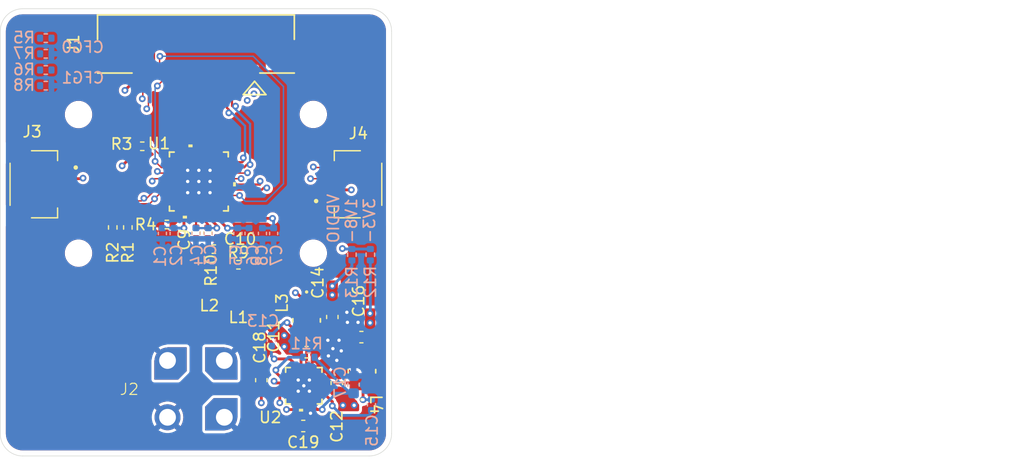
<source format=kicad_pcb>
(kicad_pcb (version 20240108) (generator "pcbnew") (generator_version "8.0")
  (layers (0 "F.Cu" signal) (1 "In1.Cu" signal) (2 "In2.Cu" signal) (31 "B.Cu" signal) (34 "B.Paste" user) (35 "F.Paste" user) (36 "B.SilkS" user "B.Silkscreen") (37 "F.SilkS" user "F.Silkscreen") (38 "B.Mask" user) (39 "F.Mask" user) (44 "Edge.Cuts" user))
  (net 0 "")
  (net 1 "VDDIO")
  (net 2 "/connector/SIO_P")
  (net 3 "+3V3")
  (net 4 "Net-(U1-CAP_VDD)")
  (net 5 "Net-(C9-Pad2)")
  (net 7 "Net-(U1-XRES)")
  (net 8 "Net-(U1-PWDNB)")
  (net 9 "MFP1_CFG0")
  (net 10 "MFP2_CFG1")
  (net 11 "/connector/SIO_N")
  (net 13 "MFP5")
  (net 14 "/camera/MIPI.CSI_D2_N")
  (net 15 "Net-(C10-Pad2)")
  (net 17 "MFP6")
  (net 18 "MFP8")
  (net 19 "MFP3")
  (net 20 "MFP7")
  (net 21 "GND")
  (net 22 "/camera/MIPI.CSI_D2_P")
  (net 23 "/camera/MIPI.CSI_D0_P")
  (net 24 "/camera/MIPI.CSI_CLK_N")
  (net 25 "/camera/MIPI.CSI_D3_N")
  (net 26 "/camera/MIPI.CSI_D3_P")
  (net 27 "/camera/MIPI.CSI_D1_P")
  (net 28 "/camera/MIPI.CSI_CLK_P")
  (net 29 "/camera/MFP9_SDA")
  (net 30 "/camera/MIPI.CSI_D1_N")
  (net 31 "/camera/MFP10_SCL")
  (net 32 "/camera/MIPI.CSI_D0_N")
  (net 33 "/connector/V_POC")
  (net 34 "Net-(L1-Pad2)")
  (net 35 "/camera/LED_EN")
  (net 36 "/camera/POWER_EN")
  (net 37 "Net-(U2-LX2)")
  (net 38 "Net-(U2-BST2)")
  (net 39 "+1V2")
  (net 40 "+1V8")
  (net 41 "Net-(U2-OUTS3)")
  (net 42 "Net-(U2-BIAS)")
  (net 43 "Net-(U2-BST1)")
  (net 44 "Net-(U2-LX1)")
  (net 45 "Net-(U2-PGOOD)")
  (footprint "user:CON_524352271_MOL" (layer "F.Cu") (at 150 91.15 180)
    (property "Reference" "J1")
    (property "Value" "524352271")
  )
  (footprint "MountingHole:MountingHole_2.2mm_M2" (layer "F.Cu") (at 139.5 109.862)
    (property "Reference" "H3" (hide yes))
    (property "Value" "MountingHole")
  )
  (footprint "Capacitor_SMD:C_0603_1608Metric" (layer "F.Cu") (at 159.6 125.3205)
    (property "Reference" "C19")
    (property "Value" "10U")
  )
  (footprint "MountingHole:MountingHole_2.2mm_M2" (layer "F.Cu") (at 160.5 97.45)
    (property "Reference" "H2" (hide yes))
    (property "Value" "MountingHole")
  )
  (footprint "user:21-100150D_T1633Y&plus_5C_MXM" (layer "F.Cu") (at 159.65 121.7205 -90)
    (property "Reference" "U2")
    (property "Value" "MAX20049ATED/VY+")
  )
  (footprint "MountingHole:MountingHole_2.2mm_M2" (layer "F.Cu") (at 139.5 97.462)
    (property "Reference" "H1" (hide yes))
    (property "Value" "MountingHole")
  )
  (footprint "Capacitor_SMD:C_0402_1005Metric" (layer "F.Cu") (at 151.0611 108.05 -90)
    (property "Reference" "C10")
    (property "Value" "100N")
  )
  (footprint "Resistor_SMD:R_0402_1005Metric" (layer "F.Cu") (at 147.4 107.3 180)
    (property "Reference" "R4")
    (property "Value" "402")
  )
  (footprint "Capacitor_SMD:C_0402_1005Metric" (layer "F.Cu") (at 150.0111 108.05 -90)
    (property "Reference" "C9")
    (property "Value" "100N")
  )
  (footprint "MountingHole:MountingHole_2.2mm_M2" (layer "F.Cu") (at 160.5 109.862)
    (property "Reference" "H4" (hide yes))
    (property "Value" "MountingHole")
  )
  (footprint "user:ADI_21-100156_T3255Y-8" (layer "F.Cu") (at 150.2611 103.45)
    (property "Reference" "U1")
    (property "Value" "MAX96717GTJ/VY+")
  )
  (footprint "Resistor_SMD:R_0402_1005Metric" (layer "F.Cu") (at 142.56 107.56 90)
    (property "Reference" "R2")
    (property "Value" "10K")
  )
  (footprint "Resistor_SMD:R_0402_1005Metric" (layer "F.Cu") (at 143.91 107.56 90)
    (property "Reference" "R1")
    (property "Value" "10K")
  )
  (footprint "user:IND_TFM252012ALMA_TDK" (layer "F.Cu") (at 164.85 120.4205 90)
    (property "Reference" "L4")
    (property "Value" "3U3")
  )
  (footprint "Capacitor_SMD:C_0603_1608Metric" (layer "F.Cu") (at 164.8 117.3705 180)
    (property "Reference" "C16")
    (property "Value" "10U")
  )
  (footprint "user:SPARKFUN_PRT-14417" (layer "F.Cu") (at 164.5 103.7 90)
    (property "Reference" "J4")
    (property "Value" "PRT-14417")
  )
  (footprint "Resistor_SMD:R_0402_1005Metric" (layer "F.Cu") (at 151.6 109.5)
    (property "Reference" "R10")
    (property "Value" "49.9R")
  )
  (footprint "Capacitor_SMD:C_0603_1608Metric" (layer "F.Cu") (at 162.2 115.5705 -90)
    (property "Reference" "C14")
    (property "Value" "10U")
  )
  (footprint "Resistor_SMD:R_0402_1005Metric" (layer "F.Cu") (at 153.8 110.9 180)
    (property "Reference" "R9")
    (property "Value" "5.1K")
  )
  (footprint "Capacitor_SMD:C_0603_1608Metric" (layer "F.Cu") (at 159.9 118.7205)
    (property "Reference" "C11")
    (property "Value" "10U")
  )
  (footprint "Capacitor_SMD:C_0603_1608Metric" (layer "F.Cu") (at 155.85 121.2205 90)
    (property "Reference" "C18")
    (property "Value" "10U")
  )
  (footprint "user:L_Coilcraft_1210POC" (layer "F.Cu") (at 153.8 113.2 180)
    (property "Reference" "L1")
    (property "Value" "1210POC-223MRC" (hide yes))
  )
  (footprint "user:IND_TFM252012ALMA_TDK" (layer "F.Cu") (at 159.9 115.8705 -90)
    (property "Reference" "L3")
    (property "Value" "3U3")
  )
  (footprint "Resistor_SMD:R_0402_1005Metric" (layer "F.Cu") (at 145.2 100.3)
    (property "Reference" "R3")
    (property "Value" "10K")
  )
  (footprint "user:59S1AC-40MT5-Z" (layer "F.Cu") (at 150 122)
    (property "Reference" "J2")
    (property "Value" "59S1AC-40MT5-Z")
  )
  (footprint "Capacitor_SMD:C_0603_1608Metric" (layer "F.Cu") (at 162.6 121.4705 90)
    (property "Reference" "C12")
    (property "Value" "10U")
  )
  (footprint "user:L_Coilcraft_PFL1005" (layer "F.Cu") (at 150.5 113.2 180)
    (property "Reference" "L2")
    (property "Value" "PFL1005-561MRW" (hide yes))
  )
  (footprint "user:SPARKFUN_PRT-14417" (layer "F.Cu") (at 135.5 103.7 -90)
    (property "Reference" "J3")
    (property "Value" "PRT-14417")
  )
  (footprint "Capacitor_SMD:C_0402_1005Metric" (layer "B.Cu") (at 165.7 123.4205 90)
    (property "Reference" "C15")
    (property "Value" "100N")
  )
  (footprint "Capacitor_SMD:C_0402_1005Metric" (layer "B.Cu") (at 151.1 108.1 -90)
    (property "Reference" "C3")
    (property "Value" "10U")
  )
  (footprint "Capacitor_SMD:C_0402_1005Metric" (layer "B.Cu") (at 147 108.1 -90)
    (property "Reference" "C1")
    (property "Value" "100N")
  )
  (footprint "Resistor_SMD:R_0402_1005Metric" (layer "B.Cu") (at 136.57 93.48 180)
    (property "Reference" "R6")
    (property "Value" "32.4K")
  )
  (footprint "Capacitor_SMD:C_0402_1005Metric" (layer "B.Cu") (at 156.75 117.6705 -90)
    (property "Reference" "C13")
    (property "Value" "100N")
  )
  (footprint "Resistor_SMD:R_0402_1005Metric" (layer "B.Cu") (at 163.95 110 90)
    (property "Reference" "R13")
    (property "Value" "0R")
  )
  (footprint "Capacitor_SMD:C_0402_1005Metric" (layer "B.Cu") (at 155.95 108.1 -90)
    (property "Reference" "C8")
    (property "Value" "10N")
  )
  (footprint "Capacitor_SMD:C_0402_1005Metric" (layer "B.Cu") (at 154.75 108.1 -90)
    (property "Reference" "C6")
    (property "Value" "10N")
  )
  (footprint "Capacitor_SMD:C_0402_1005Metric" (layer "B.Cu") (at 148.05 108.1 -90)
    (property "Reference" "C2")
    (property "Value" "10N")
  )
  (footprint "Resistor_SMD:R_0402_1005Metric" (layer "B.Cu") (at 165.6 110 90)
    (property "Reference" "R12")
    (property "Value" "0R")
  )
  (footprint "Resistor_SMD:R_0402_1005Metric" (layer "B.Cu") (at 136.57 92.03)
    (property "Reference" "R7")
    (property "Value" "10K")
  )
  (footprint "Capacitor_SMD:C_0402_1005Metric" (layer "B.Cu") (at 153.75 108.1 -90)
    (property "Reference" "C5")
    (property "Value" "100N")
  )
  (footprint "Resistor_SMD:R_0402_1005Metric" (layer "B.Cu") (at 160.1 119.1705 180)
    (property "Reference" "R11")
    (property "Value" "5.1K")
  )
  (footprint "Capacitor_SMD:C_0402_1005Metric" (layer "B.Cu") (at 156.95 108.1 -90)
    (property "Reference" "C7")
    (property "Value" "100N")
  )
  (footprint "Resistor_SMD:R_0402_1005Metric" (layer "B.Cu") (at 136.57 90.63 180)
    (property "Reference" "R5")
    (property "Value" "10K")
  )
  (footprint "Capacitor_SMD:C_0603_1608Metric" (layer "B.Cu") (at 164.1 121.6205 90)
    (property "Reference" "C17")
    (property "Value" "10U")
  )
  (footprint "Resistor_SMD:R_0402_1005Metric" (layer "B.Cu") (at 136.57 94.88)
    (property "Reference" "R8")
    (property "Value" "68.1K")
  )
  (footprint "Capacitor_SMD:C_0402_1005Metric" (layer "B.Cu") (at 150 108.1 -90)
    (property "Reference" "C4")
    (property "Value" "100N")
  )
  (gr_line (start 167.5 126) (end 167.5 90) (stroke (width 0.05)) (layer "Edge.Cuts"))
  (gr_line (start 165.5 88) (end 134.5 88) (stroke (width 0.05)) (layer "Edge.Cuts"))
  (gr_arc (start 134.5 128) (mid 133.085786 127.414214) (end 132.5 126) (stroke (width 0.05)) (layer "Edge.Cuts"))
  (gr_arc (start 165.5 88) (mid 166.914214 88.585786) (end 167.5 90) (stroke (width 0.05)) (layer "Edge.Cuts"))
  (gr_line (start 132.5 90) (end 132.5 126) (stroke (width 0.05)) (layer "Edge.Cuts"))
  (gr_arc (start 132.5 90) (mid 133.085786 88.585786) (end 134.5 88) (stroke (width 0.05)) (layer "Edge.Cuts"))
  (gr_line (start 134.5 128) (end 165.5 128) (stroke (width 0.05)) (layer "Edge.Cuts"))
  (gr_arc (start 167.5 126) (mid 166.914214 127.414214) (end 165.5 128) (stroke (width 0.05)) (layer "Edge.Cuts"))
  (gr_text "CFG1" (at 141.89 94.76 0) (layer "B.SilkS") (effects (font (size 1 1)) (justify left bottom mirror)))
  (gr_text "VDDIO\n1V8-\n3V3-" (at 166.1 109.05 90) (layer "B.SilkS") (effects (font (size 1 1)) (justify right bottom mirror)))
  (gr_text "CFG0\n" (at 141.87 92.02 0) (layer "B.SilkS") (effects (font (size 1 1)) (justify left bottom mirror)))
  (segment (start 143.4 102.05) (end 144.69 100.76) (width 0.254) (layer "F.Cu") (net 1))
  (segment (start 156.85 106.75) (end 152.55 106.75) (width 0.254) (layer "F.Cu") (net 1))
  (segment (start 144.69 100.76) (end 144.69 100.3) (width 0.254) (layer "F.Cu") (net 1))
  (segment (start 152.011099 106.211099) (end 152.011099 105.8757) (width 0.254) (layer "F.Cu") (net 1))
  (segment (start 152.55 106.75) (end 152.011099 106.211099) (width 0.254) (layer "F.Cu") (net 1))
  (via (at 143.4 102.05) (size 0.6) (drill 0.3) (layers "F.Cu" "B.Cu") (net 1))
  (via (at 163.1 109.45) (size 0.6) (drill 0.3) (layers "F.Cu" "B.Cu") (net 1))
  (via (at 156.85 106.75) (size 0.6) (drill 0.3) (layers "F.Cu" "B.Cu") (net 1))
  (segment (start 165.6 109.49) (end 163.95 109.49) (width 0.254) (layer "B.Cu") (net 1))
  (segment (start 163.1 109.45) (end 163.14 109.49) (width 0.254) (layer "B.Cu") (net 1))
  (segment (start 156.85 106.75) (end 156.95 106.85) (width 0.254) (layer "B.Cu") (net 1))
  (segment (start 156.95 106.85) (end 156.95 107.62) (width 0.254) (layer "B.Cu") (net 1))
  (segment (start 163.14 109.49) (end 163.95 109.49) (width 0.254) (layer "B.Cu") (net 1))
  (segment (start 156.95 107.62) (end 155.95 107.62) (width 0.254) (layer "B.Cu") (net 1))
  (segment (start 150.0111 105.8757) (end 150.0111 107.42) (width 0.2) (layer "F.Cu") (net 2))
  (segment (start 165.575 116.0955) (end 165.575 117.3705) (width 0.5) (layer "F.Cu") (net 3))
  (segment (start 157.629499 122.470501) (end 158.2022 122.470501) (width 0.254) (layer "F.Cu") (net 3))
  (segment (start 139.85 103.2) (end 137.95 103.2) (width 0.254) (layer "F.Cu") (net 3))
  (segment (start 157.5 123.242257) (end 157.5 122.6) (width 0.254) (layer "F.Cu") (net 3))
  (segment (start 158.107743 123.85) (end 158.1 123.842257) (width 0.254) (layer "F.Cu") (net 3))
  (segment (start 165.575 117.3705) (end 165.575 118.616) (width 0.5) (layer "F.Cu") (net 3))
  (segment (start 165.575 118.616) (end 164.85 119.341) (width 0.5) (layer "F.Cu") (net 3))
  (segment (start 158.899999 123.1683) (end 158.899999 123.650001) (width 0.254) (layer "F.Cu") (net 3))
  (segment (start 157.5 122.6) (end 157.629499 122.470501) (width 0.254) (layer "F.Cu") (net 3))
  (segment (start 144.74999 94.20001) (end 144.74999 93.65) (width 0.254) (layer "F.Cu") (net 3))
  (segment (start 158.899999 123.650001) (end 158.7 123.85) (width 0.254) (layer "F.Cu") (net 3))
  (segment (start 143.65 95.3) (end 144.74999 94.20001) (width 0.254) (layer "F.Cu") (net 3))
  (segment (start 139.9 103.15) (end 139.85 103.2) (width 0.254) (layer "F.Cu") (net 3))
  (segment (start 158.7 123.85) (end 158.107743 123.85) (width 0.254) (layer "F.Cu") (net 3))
  (segment (start 163.9 104.2) (end 162.05 104.2) (width 0.254) (layer "F.Cu") (net 3))
  (via (at 165.575 115.25) (size 0.6) (drill 0.3) (layers "F.Cu" "B.Cu") (net 3))
  (via (at 165.575 116.0955) (size 0.6) (drill 0.3) (layers "F.Cu" "B.Cu") (net 3))
  (via (at 158.1 123.842257) (size 0.6) (drill 0.3) (layers "F.Cu" "B.Cu") (net 3))
  (via (at 143.65 95.3) (size 0.6) (drill 0.3) (layers "F.Cu" "B.Cu") (net 3))
  (via (at 157.5 123.242257) (size 0.6) (drill 0.3) (layers "F.Cu" "B.Cu") (net 3))
  (via (at 139.9 103.15) (size 0.6) (drill 0.3) (layers "F.Cu" "B.Cu") (net 3))
  (via (at 163.9 104.2) (size 0.6) (drill 0.3) (layers "F.Cu" "B.Cu") (net 3))
  (segment (start 165.575 115.25) (end 165.6 115.225) (width 0.254) (layer "B.Cu") (net 3))
  (segment (start 165.6 115.225) (end 165.6 110.51) (width 0.254) (layer "B.Cu") (net 3))
  (segment (start 151.011101 106.537103) (end 151.011101 105.8757) (width 0.254) (layer "F.Cu") (net 4))
  (segment (start 151.95 107.476002) (end 151.011101 106.537103) (width 0.254) (layer "F.Cu") (net 4))
  (segment (start 151.95 107.54) (end 151.95 107.476002) (width 0.2) (layer "F.Cu") (net 4))
  (segment (start 151.87 107.62) (end 151.95 107.54) (width 0.2) (layer "F.Cu") (net 4))
  (via (at 151.87 107.62) (size 0.6) (drill 0.3) (layers "F.Cu" "B.Cu") (net 4))
  (segment (start 151.1 107.62) (end 150 107.62) (width 0.2) (layer "B.Cu") (net 4))
  (segment (start 151.87 107.62) (end 151.1 107.62) (width 0.2) (layer "B.Cu") (net 4))
  (segment (start 150.0111 113.1911) (end 150.02 113.2) (width 0.2) (layer "F.Cu") (net 5))
  (segment (start 150.02 113.2) (end 150.02 121.98) (width 0.2) (layer "F.Cu") (net 5))
  (segment (start 150.02 121.98) (end 150 122) (width 0.2) (layer "F.Cu") (net 5))
  (segment (start 150.0111 108.38) (end 150.0111 113.1911) (width 0.2) (layer "F.Cu") (net 5))
  (segment (start 148.148801 107.2) (end 147.86 107.2) (width 0.2) (layer "F.Cu") (net 7))
  (segment (start 149.0111 105.8757) (end 149.0111 106.337701) (width 0.2) (layer "F.Cu") (net 7))
  (segment (start 149.0111 106.337701) (end 148.148801 107.2) (width 0.2) (layer "F.Cu") (net 7))
  (segment (start 147.400001 101.700001) (end 146 100.3) (width 0.127) (layer "F.Cu") (net 8))
  (segment (start 147.8354 101.700001) (end 147.400001 101.700001) (width 0.127) (layer "F.Cu") (net 8))
  (segment (start 146 100.3) (end 145.71 100.3) (width 0.127) (layer "F.Cu") (net 8))
  (segment (start 147.849999 102.699999) (end 147.9 102.75) (width 0.127) (layer "F.Cu") (net 9))
  (segment (start 146.706327 102.699999) (end 146.553164 102.546836) (width 0.127) (layer "F.Cu") (net 9))
  (segment (start 147.8354 102.699999) (end 146.706327 102.699999) (width 0.127) (layer "F.Cu") (net 9))
  (segment (start 147.8354 102.699999) (end 147.849999 102.699999) (width 0.127) (layer "F.Cu") (net 9))
  (via (at 146.553164 102.546836) (size 0.6) (drill 0.3) (layers "F.Cu" "B.Cu") (net 9))
  (segment (start 146.580999 102.574671) (end 146.553164 102.546836) (width 0.127) (layer "B.Cu") (net 9))
  (segment (start 146.306328 103.2) (end 146.090499 103.415829) (width 0.127) (layer "F.Cu") (net 10))
  (segment (start 147.8354 103.2) (end 146.306328 103.2) (width 0.127) (layer "F.Cu") (net 10))
  (via (at 146.090499 103.415829) (size 0.6) (drill 0.3) (layers "F.Cu" "B.Cu") (net 10))
  (segment (start 150.5111 106.7111) (end 151.0611 107.2611) (width 0.2) (layer "F.Cu") (net 11))
  (segment (start 150.5111 105.8757) (end 150.5111 106.7111) (width 0.2) (layer "F.Cu") (net 11))
  (segment (start 151.0611 107.2611) (end 151.0611 107.4) (width 0.2) (layer "F.Cu") (net 11))
  (segment (start 152.6868 103.2) (end 154.030499 103.2) (width 0.127) (layer "F.Cu") (net 13))
  (segment (start 154.030499 103.2) (end 154.04 103.190499) (width 0.127) (layer "F.Cu") (net 13))
  (via (at 154.04 103.190499) (size 0.6) (drill 0.3) (layers "F.Cu" "B.Cu") (net 13))
  (segment (start 151.0611 108.53) (end 151.0611 109.54) (width 0.2) (layer "F.Cu") (net 15))
  (segment (start 152.6868 102.699999) (end 154.580001 102.699999) (width 0.127) (layer "F.Cu") (net 17))
  (segment (start 154.580001 102.699999) (end 154.61 102.67) (width 0.127) (layer "F.Cu") (net 17))
  (via (at 154.61 102.67) (size 0.6) (drill 0.3) (layers "F.Cu" "B.Cu") (net 17))
  (segment (start 155.25 91.75) (end 155.24999 91.75001) (width 0.2) (layer "F.Cu") (net 21))
  (segment (start 150.749988 93.1) (end 150.749988 91.700012) (width 0.2) (layer "F.Cu") (net 21))
  (segment (start 152.25 94.15) (end 152.24999 94.14999) (width 0.2) (layer "F.Cu") (net 21))
  (segment (start 162.325001 120.970499) (end 162.6 120.6955) (width 0.127) (layer "F.Cu") (net 21))
  (segment (start 153.75 94.15) (end 153.74999 94.14999) (width 0.2) (layer "F.Cu") (net 21))
  (segment (start 153.75 91.8) (end 153.74999 91.80001) (width 0.2) (layer "F.Cu") (net 21))
  (segment (start 147.75 94.15) (end 147.749989 94.149989) (width 0.2) (layer "F.Cu") (net 21))
  (segment (start 147.749989 93.1) (end 147.749989 94.149989) (width 0.2) (layer "F.Cu") (net 21))
  (segment (start 153.74999 93.1) (end 153.74999 94.14999) (width 0.2) (layer "F.Cu") (net 21))
  (segment (start 146.24999 91.65001) (end 146.25 91.65) (width 0.2) (layer "F.Cu") (net 21))
  (segment (start 160.400001 120.2727) (end 160.400001 118.995499) (width 0.254) (layer "F.Cu") (net 21))
  (segment (start 149.249989 93.1) (end 149.249989 94.149989) (width 0.2) (layer "F.Cu") (net 21))
  (segment (start 150.749988 93.1) (end 150.749988 94.199988) (width 0.2) (layer "F.Cu") (net 21))
  (segment (start 150.75 94.2) (end 150.749988 94.199988) (width 0.2) (layer "F.Cu") (net 21))
  (segment (start 149.249989 94.149989) (end 149.25 94.15) (width 0.2) (layer "F.Cu") (net 21))
  (segment (start 146.24999 93.1) (end 146.24999 94.14999) (width 0.2) (layer "F.Cu") (net 21))
  (segment (start 159.65 121.7205) (end 159.65 121.7094) (width 0.127) (layer "F.Cu") (net 21))
  (segment (start 155.24999 93.1) (end 155.24999 91.75001) (width 0.2) (layer "F.Cu") (net 21))
  (segment (start 147.749989 91.800011) (end 147.8 91.75) (width 0.2) (layer "F.Cu") (net 21))
  (segment (start 160.400001 118.995499) (end 160.675 118.7205) (width 0.127) (layer "F.Cu") (net 21))
  (segment (start 149.249989 93.1) (end 149.249989 91.700011) (width 0.2) (layer "F.Cu") (net 21))
  (segment (start 152.24999 93.1) (end 152.24999 94.14999) (width 0.2) (layer "F.Cu") (net 21))
  (segment (start 159.65 121.7094) (end 161.6 119.7594) (width 0.7) (layer "F.Cu") (net 21))
  (segment (start 153.74999 93.1) (end 153.74999 91.80001) (width 0.2) (layer "F.Cu") (net 21))
  (segment (start 146.24999 93.1) (end 146.24999 91.65001) (width 0.2) (layer "F.Cu") (net 21))
  (segment (start 155.24999 93.1) (end 155.24999 94.24999) (width 0.2) (layer "F.Cu") (net 21))
  (segment (start 155.25 94.25) (end 155.24999 94.24999) (width 0.2) (layer "F.Cu") (net 21))
  (segment (start 149.25 91.7) (end 149.249989 91.700011) (width 0.2) (layer "F.Cu") (net 21))
  (segment (start 146.25 94.15) (end 146.24999 94.14999) (width 0.2) (layer "F.Cu") (net 21))
  (segment (start 161.0978 120.970499) (end 162.325001 120.970499) (width 0.254) (layer "F.Cu") (net 21))
  (segment (start 150.749988 91.700012) (end 150.75 91.7) (width 0.2) (layer "F.Cu") (net 21))
  (segment (start 152.24999 93.1) (end 152.24999 91.70001) (width 0.2) (layer "F.Cu") (net 21))
  (segment (start 147.749989 93.1) (end 147.749989 91.800011) (width 0.2) (layer "F.Cu") (net 21))
  (segment (start 152.25 91.7) (end 152.24999 91.70001) (width 0.2) (layer "F.Cu") (net 21))
  (via (at 150.2611 104.45) (size 0.6) (drill 0.3) (layers "F.Cu" "B.Cu") (net 21))
  (via (at 162.8 117.65) (size 0.6) (drill 0.3) (layers "F.Cu" "B.Cu") (net 21))
  (via (at 161.85 119.05) (size 0.6) (drill 0.3) (layers "F.Cu" "B.Cu") (net 21))
  (via (at 151.2611 102.45) (size 0.6) (drill 0.3) (layers "F.Cu" "B.Cu") (net 21))
  (via (at 149.2611 104.45) (size 0.6) (drill 0.3) (layers "F.Cu" "B.Cu") (net 21))
  (via (at 149.2611 103.45) (size 0.6) (drill 0.3) (layers "F.Cu" "B.Cu") (net 21))
  (via (at 161.8 117.65) (size 0.6) (drill 0.3) (layers "F.Cu" "B.Cu") (net 21))
  (via (at 163.5 115.15) (size 0.6) (drill 0.3) (layers "F.Cu" "B.Cu") (net 21))
  (via (at 164.5 116.05) (size 0.6) (drill 0.3) (layers "F.Cu" "B.Cu") (net 21))
  (via (at 162.25 118.4) (size 0.6) (drill 0.3) (layers "F.Cu" "B.Cu") (net 21))
  (via (at 159.65 121.7205) (size 0.6) (drill 0.3) (layers "F.Cu" "B.Cu") (net 21))
  (via (at 160.15 122.2094) (size 0.6) (drill 0.3) (layers "F.Cu" "B.Cu") (net 21))
  (via (at 151.2611 103.45) (size 0.6) (drill 0.3) (layers "F.Cu" "B.Cu") (net 21))
  (via (at 150.2611 103.45) (size 0.6) (drill 0.3) (layers "F.Cu" "B.Cu") (net 21))
  (via (at 163.55 116.05) (size 0.6) (drill 0.3) (layers "F.Cu" "B.Cu") (net 21))
  (via (at 162.6 119.45) (size 0.6) (drill 0.3) (layers "F.Cu" "B.Cu") (net 21))
  (via (at 150.2611 102.45) (size 0.6) (drill 0.3) (layers "F.Cu" "B.Cu") (net 21))
  (via (at 159.15 121.2094) (size 0.6) (drill 0.3) (layers "F.Cu" "B.Cu") (net 21))
  (via (at 159.15 122.2094) (size 0.6) (drill 0.3) (layers "F.Cu" "B.Cu") (net 21))
  (via (at 160.15 121.2094) (size 0.6) (drill 0.3) (layers "F.Cu" "B.Cu") (net 21))
  (via (at 149.2611 102.45) (size 0.6) (drill 0.3) (layers "F.Cu" "B.Cu") (net 21))
  (via (at 163 118.6) (size 0.6) (drill 0.3) (layers "F.Cu" "B.Cu") (net 21))
  (via (at 151.2611 104.45) (size 0.6) (drill 0.3) (layers "F.Cu" "B.Cu") (net 21))
  (via (at 160.25 124.18) (size 0.6) (drill 0.3) (layers "F.Cu" "B.Cu") (net 21))
  (segment (start 153.258301 103.7) (end 153.283302 103.725001) (width 0.2) (layer "F.Cu") (net 23))
  (segment (start 153.283302 103.725001) (end 155.7168 103.725001) (width 0.2) (layer "F.Cu") (net 23))
  (segment (start 155.739479 103.702322) (end 155.739479 103.419479) (width 0.2) (layer "F.Cu") (net 23))
  (segment (start 152.6868 103.7) (end 153.258301 103.7) (width 0.2) (layer "F.Cu") (net 23))
  (segment (start 155.7168 103.725001) (end 155.739479 103.702322) (width 0.2) (layer "F.Cu") (net 23))
  (via (at 154.589479 96.200521) (size 0.6) (drill 0.3) (layers "F.Cu" "B.Cu") (net 23))
  (via (at 155.739479 103.419479) (size 0.6) (drill 0.3) (layers "F.Cu" "B.Cu") (net 23))
  (segment (start 151.749989 93.65) (end 151.749989 94.250001) (width 0.2) (layer "F.Cu") (net 24))
  (segment (start 151.749989 94.250001) (end 151.724989 94.275001) (width 0.2) (layer "F.Cu") (net 24))
  (segment (start 152.749989 93.65) (end 152.749989 94.250001) (width 0.2) (layer "F.Cu") (net 27))
  (segment (start 152.774989 96.863188) (end 152.939479 97.027678) (width 0.2) (layer "F.Cu") (net 27))
  (segment (start 154.1368 101.725001) (end 154.239479 101.622322) (width 0.2) (layer "F.Cu") (net 27))
  (segment (start 152.6868 101.700001) (end 153.258301 101.700001) (width 0.2) (layer "F.Cu") (net 27))
  (segment (start 152.939479 97.027678) (end 152.939479 97.310521) (width 0.2) (layer "F.Cu") (net 27))
  (segment (start 152.749989 94.250001) (end 152.774989 94.275001) (width 0.2) (layer "F.Cu") (net 27))
  (segment (start 153.283301 101.725001) (end 154.1368 101.725001) (width 0.2) (layer "F.Cu") (net 27))
  (segment (start 154.239479 101.622322) (end 154.239479 101.339479) (width 0.2) (layer "F.Cu") (net 27))
  (segment (start 152.774989 94.275001) (end 152.774989 96.863188) (width 0.2) (layer "F.Cu") (net 27))
  (segment (start 153.258301 101.700001) (end 153.283301 101.725001) (width 0.2) (layer "F.Cu") (net 27))
  (via (at 154.239479 101.339479) (size 0.6) (drill 0.3) (layers "F.Cu" "B.Cu") (net 27))
  (via (at 152.939479 97.310521) (size 0.6) (drill 0.3) (layers "F.Cu" "B.Cu") (net 27))
  (segment (start 154.39052 98.478719) (end 154.39052 101.188438) (width 0.2) (layer "B.Cu") (net 27))
  (segment (start 153.222322 97.310521) (end 154.39052 98.478719) (width 0.2) (layer "B.Cu") (net 27))
  (segment (start 152.939479 97.310521) (end 153.222322 97.310521) (width 0.2) (layer "B.Cu") (net 27))
  (segment (start 154.39052 101.188438) (end 154.239479 101.339479) (width 0.2) (layer "B.Cu") (net 27))
  (segment (start 151.24999 94.250001) (end 151.27499 94.275001) (width 0.2) (layer "F.Cu") (net 28))
  (segment (start 151.24999 93.65) (end 151.24999 94.250001) (width 0.2) (layer "F.Cu") (net 28))
  (segment (start 145.6 104.95) (end 146.85 103.7) (width 0.127) (layer "F.Cu") (net 29))
  (segment (start 162.05 103.2) (end 160.25 103.2) (width 0.127) (layer "F.Cu") (net 29))
  (segment (start 145.249989 96.000011) (end 145.249989 93.65) (width 0.127) (layer "F.Cu") (net 29))
  (segment (start 138.45 104.2) (end 137.95 104.2) (width 0.127) (layer "F.Cu") (net 29))
  (segment (start 145.35 104.95) (end 145.1135 105.1865) (width 0.127) (layer "F.Cu") (net 29))
  (segment (start 146.85 103.7) (end 147.8354 103.7) (width 0.127) (layer "F.Cu") (net 29))
  (segment (start 139.4365 105.1865) (end 138.45 104.2) (width 0.127) (layer "F.Cu") (net 29))
  (segment (start 145.35 104.95) (end 145.6 104.95) (width 0.127) (layer "F.Cu") (net 29))
  (segment (start 145.2 96.05) (end 145.249989 96.000011) (width 0.127) (layer "F.Cu") (net 29))
  (segment (start 145.1135 105.1865) (end 139.4365 105.1865) (width 0.127) (layer "F.Cu") (net 29))
  (via (at 145.2 96.05) (size 0.6) (drill 0.3) (layers "F.Cu" "B.Cu") (net 29))
  (via (at 160.25 103.2) (size 0.6) (drill 0.3) (layers "F.Cu" "B.Cu") (net 29))
  (via (at 145.35 104.95) (size 0.6) (drill 0.3) (layers "F.Cu" "B.Cu") (net 29))
  (segment (start 153.283301 102.175) (end 154.323199 102.175) (width 0.2) (layer "F.Cu") (net 30))
  (segment (start 154.323199 102.175) (end 154.557678 101.940521) (width 0.2) (layer "F.Cu") (net 30))
  (segment (start 153.249988 94.250001) (end 153.224988 94.275001) (width 0.2) (layer "F.Cu") (net 30))
  (segment (start 152.6868 102.2) (end 153.258301 102.2) (width 0.2) (layer "F.Cu") (net 30))
  (segment (start 153.224988 94.275001) (end 153.224988 96.676789) (width 0.2) (layer "F.Cu") (net 30))
  (segment (start 154.557678 101.940521) (end 154.840521 101.940521) (width 0.2) (layer "F.Cu") (net 30))
  (segment (start 153.258301 102.2) (end 153.283301 102.175) (width 0.2) (layer "F.Cu") (net 30))
  (segment (start 153.224988 96.676789) (end 153.257678 96.709479) (width 0.2) (layer "F.Cu") (net 30))
  (segment (start 153.249988 93.65) (end 153.249988 94.250001) (width 0.2) (layer "F.Cu") (net 30))
  (segment (start 153.257678 96.709479) (end 153.540521 96.709479) (width 0.2) (layer "F.Cu") (net 30))
  (via (at 154.840521 101.940521) (size 0.6) (drill 0.3) (layers "F.Cu" "B.Cu") (net 30))
  (via (at 153.540521 96.709479) (size 0.6) (drill 0.3) (layers "F.Cu" "B.Cu") (net 30))
  (segment (start 153.540521 96.992322) (end 154.840521 98.292322) (width 0.2) (layer "B.Cu") (net 30))
  (segment (start 154.840521 98.292322) (end 154.840521 101.940521) (width 0.2) (layer "B.Cu") (net 30))
  (segment (start 153.540521 96.709479) (end 153.540521 96.992322) (width 0.2) (layer "B.Cu") (net 30))
  (segment (start 147.099999 104.200001) (end 147.8354 104.200001) (width 0.127) (layer "F.Cu") (net 31))
  (segment (start 145.8595 105.4405) (end 138.1905 105.4405) (width 0.127) (layer "F.Cu") (net 31))
  (segment (start 145.6 96.95) (end 145.749991 96.800009) (width 0.127) (layer "F.Cu") (net 31))
  (segment (start 146.3 105) (end 145.8595 105.4405) (width 0.127) (layer "F.Cu") (net 31))
  (segment (start 138.1905 105.4405) (end 137.95 105.2) (width 0.127) (layer "F.Cu") (net 31))
  (segment (start 145.749991 96.800009) (end 145.749991 93.65) (width 0.127) (layer "F.Cu") (net 31))
  (segment (start 146.3 105) (end 147.099999 104.200001) (width 0.127) (layer "F.Cu") (net 31))
  (segment (start 160.55 102.2) (end 160.5 102.15) (width 0.127) (layer "F.Cu") (net 31))
  (segment (start 162.05 102.2) (end 160.55 102.2) (width 0.127) (layer "F.Cu") (net 31))
  (via (at 145.6 96.95) (size 0.6) (drill 0.3) (layers "F.Cu" "B.Cu") (net 31))
  (via (at 146.3 105) (size 0.6) (drill 0.3) (layers "F.Cu" "B.Cu") (net 31))
  (via (at 160.5 102.15) (size 0.6) (drill 0.3) (layers "F.Cu" "B.Cu") (net 31))
  (segment (start 152.6868 104.200001) (end 153.258301 104.200001) (width 0.2) (layer "F.Cu") (net 32))
  (segment (start 153.285302 104.173) (end 155.905199 104.173) (width 0.2) (layer "F.Cu") (net 32))
  (segment (start 156.057678 104.020521) (end 156.340521 104.020521) (width 0.2) (layer "F.Cu") (net 32))
  (segment (start 153.258301 104.200001) (end 153.285302 104.173) (width 0.2) (layer "F.Cu") (net 32))
  (segment (start 155.905199 104.173) (end 156.057678 104.020521) (width 0.2) (layer "F.Cu") (net 32))
  (via (at 156.340521 104.020521) (size 0.6) (drill 0.3) (layers "F.Cu" "B.Cu") (net 32))
  (via (at 155.190521 95.599479) (size 0.6) (drill 0.3) (layers "F.Cu" "B.Cu") (net 32))
  (segment (start 162.6 122.9705) (end 162.6 122.2455) (width 0.127) (layer "F.Cu") (net 33))
  (segment (start 154.31 112.44) (end 155.07 113.2) (width 0.2) (layer "F.Cu") (net 33))
  (segment (start 159.125 118.7205) (end 159.4 118.9955) (width 0.127) (layer "F.Cu") (net 33))
  (segment (start 155.12 113.45) (end 155.12 114.42) (width 0.127) (layer "F.Cu") (net 33))
  (segment (start 155.12 114.42) (end 157.9 117.2) (width 0.127) (layer "F.Cu") (net 33))
  (segment (start 157.9 117.2) (end 157.9 117.2205) (width 0.127) (layer "F.Cu") (net 33))
  (segment (start 162.325 121.9705) (end 162.6 122.2455) (width 0.127) (layer "F.Cu") (net 33))
  (segment (start 154.31 110.9) (end 154.31 112.44) (width 0.2) (layer "F.Cu") (net 33))
  (segment (start 158.4 118.7205) (end 157.9 118.2205) (width 0.127) (layer "F.Cu") (net 33))
  (segment (start 159.125 118.7205) (end 158.4 118.7205) (width 0.127) (layer "F.Cu") (net 33))
  (segment (start 163.1 123.4705) (end 162.6 122.9705) (width 0.127) (layer "F.Cu") (net 33))
  (segment (start 161.0978 121.9705) (end 162.325 121.9705) (width 0.254) (layer "F.Cu") (net 33))
  (segment (start 159.4 118.9955) (end 159.4 120.2727) (width 0.254) (layer "F.Cu") (net 33))
  (via (at 157.9 118.2205) (size 0.6) (drill 0.3) (layers "F.Cu" "B.Cu") (net 33))
  (via (at 157.9 117.2205) (size 0.6) (drill 0.3) (layers "F.Cu" "B.Cu") (net 33))
  (via (at 163.15 123.4705) (size 0.6) (drill 0.3) (layers "F.Cu" "B.Cu") (net 33))
  (via (at 164.15 123.4705) (size 0.6) (drill 0.3) (layers "F.Cu" "B.Cu") (net 33))
  (segment (start 153.29 110.9) (end 153.29 112.44) (width 0.2) (layer "F.Cu") (net 34))
  (segment (start 150.98 113.2) (end 152.53 113.2) (width 0.2) (layer "F.Cu") (net 34))
  (segment (start 153.29 112.44) (end 152.53 113.2) (width 0.2) (layer "F.Cu") (net 34))
  (segment (start 146.77699 92.25) (end 146.749989 92.277001) (width 0.127) (layer "F.Cu") (net 35))
  (segment (start 146.749989 92.277001) (end 146.749989 93.65) (width 0.127) (layer "F.Cu") (net 35))
  (segment (start 153.9 104.7) (end 152.6868 104.7) (width 0.127) (layer "F.Cu") (net 35))
  (via (at 146.77699 92.25) (size 0.6) (drill 0.3) (layers "F.Cu" "B.Cu") (net 35))
  (via (at 153.9 104.7) (size 0.6) (drill 0.3) (layers "F.Cu" "B.Cu") (net 35))
  (segment (start 157.83 103.65) (end 157.83 94.96) (width 0.127) (layer "B.Cu") (net 35))
  (segment (start 154.42 105.22) (end 156.26 105.22) (width 0.127) (layer "B.Cu") (net 35))
  (segment (start 156.26 105.22) (end 157.83 103.65) (width 0.127) (layer "B.Cu") (net 35))
  (segment (start 155.12 92.25) (end 146.77699 92.25) (width 0.127) (layer "B.Cu") (net 35))
  (segment (start 157.83 94.96) (end 155.12 92.25) (width 0.127) (layer "B.Cu") (net 35))
  (segment (start 153.9 104.7) (end 154.42 105.22) (width 0.127) (layer "B.Cu") (net 35))
  (segment (start 146.35 101.65) (end 146.9 102.2) (width 0.127) (layer "F.Cu") (net 36))
  (segment (start 147.24999 94.20001) (end 147.24999 93.65) (width 0.127) (layer "F.Cu") (net 36))
  (segment (start 146.9 102.2) (end 147.8354 102.2) (width 0.127) (layer "F.Cu") (net 36))
  (segment (start 146.55 94.9) (end 147.24999 94.20001) (width 0.127) (layer "F.Cu") (net 36))
  (via (at 146.35 101.65) (size 0.6) (drill 0.3) (layers "F.Cu" "B.Cu") (net 36))
  (via (at 146.55 94.9) (size 0.6) (drill 0.3) (layers "F.Cu" "B.Cu") (net 36))
  (segment (start 146.55 94.9) (end 146.35 95.1) (width 0.127) (layer "B.Cu") (net 36))
  (segment (start 146.35 95.1) (end 146.35 101.65) (width 0.127) (layer "B.Cu") (net 36))
  (segment (start 159.9 120.2727) (end 159.9 116.95) (width 0.254) (layer "F.Cu") (net 37))
  (segment (start 158.15 116.0705) (end 159.0295 116.95) (width 0.254) (layer "F.Cu") (net 37))
  (segment (start 159.0295 116.95) (end 159.9 116.95) (width 0.254) (layer "F.Cu") (net 37))
  (via (at 158.15 116.0705) (size 0.6) (drill 0.3) (layers "F.Cu" "B.Cu") (net 37))
  (segment (start 156.75 117.1905) (end 157.87 116.0705) (width 0.254) (layer "B.Cu") (net 37))
  (segment (start 157.87 116.0705) (end 158.15 116.0705) (width 0.254) (layer "B.Cu") (net 37))
  (segment (start 157 119.3205) (end 158.4 119.3205) (width 0.254) (layer "F.Cu") (net 38))
  (segment (start 158.899999 119.820499) (end 158.899999 120.2727) (width 0.254) (layer "F.Cu") (net 38))
  (segment (start 158.4 119.3205) (end 158.899999 119.820499) (width 0.254) (layer "F.Cu") (net 38))
  (via (at 157 119.3205) (size 0.6) (drill 0.3) (layers "F.Cu" "B.Cu") (net 38))
  (segment (start 156.75 119.0705) (end 156.75 118.1505) (width 0.254) (layer "B.Cu") (net 38))
  (segment (start 157 119.3205) (end 156.75 119.0705) (width 0.254) (layer "B.Cu") (net 38))
  (segment (start 152.825 107.625) (end 152.7 107.5) (width 0.2) (layer "F.Cu") (net 39))
  (segment (start 151.5111 106.337701) (end 151.5111 105.8757) (width 0.254) (layer "F.Cu") (net 39))
  (segment (start 158.2022 121.9705) (end 155.875 121.9705) (width 0.254) (layer "F.Cu") (net 39))
  (segment (start 152.7 107.5) (end 152.673399 107.5) (width 0.2) (layer "F.Cu") (net 39))
  (segment (start 155.85 123.25) (end 155.85 121.9955) (width 0.254) (layer "F.Cu") (net 39))
  (segment (start 152.673399 107.5) (end 151.5111 106.337701) (width 0.254) (layer "F.Cu") (net 39))
  (segment (start 155.875 121.9705) (end 155.85 121.9955) (width 0.254) (layer "F.Cu") (net 39))
  (via (at 152.825 107.625) (size 0.6) (drill 0.3) (layers "F.Cu" "B.Cu") (net 39))
  (via (at 155.85 123.25) (size 0.6) (drill 0.3) (layers "F.Cu" "B.Cu") (net 39))
  (segment (start 153.75 107.62) (end 154.75 107.62) (width 0.254) (layer "B.Cu") (net 39))
  (segment (start 152.825 107.625) (end 153.745 107.625) (width 0.254) (layer "B.Cu") (net 39))
  (segment (start 152.95 107.75) (end 152.825 107.625) (width 0.2) (layer "B.Cu") (net 39))
  (segment (start 153.745 107.625) (end 153.75 107.62) (width 0.2) (layer "B.Cu") (net 39))
  (segment (start 162.2 114.7955) (end 159.9045 114.7955) (width 0.254) (layer "F.Cu") (net 40))
  (segment (start 157.15 121.4705) (end 156.98975 121.31025) (width 0.254) (layer "F.Cu") (net 40))
  (segment (start 158.2022 121.4705) (end 157.15 121.4705) (width 0.254) (layer "F.Cu") (net 40))
  (segment (start 148.93 107.62) (end 148.93 106.97) (width 0.254) (layer "F.Cu") (net 40))
  (segment (start 148.93 106.97) (end 149.511099 106.388901) (width 0.254) (layer "F.Cu") (net 40))
  (segment (start 149.511099 106.388901) (end 149.511099 105.8757) (width 0.254) (layer "F.Cu") (net 40))
  (segment (start 159 113.4) (end 159.9 114.3) (width 0.254) (layer "F.Cu") (net 40))
  (segment (start 158.9 113.4) (end 159 113.4) (width 0.254) (layer "F.Cu") (net 40))
  (segment (start 159.9 114.3) (end 159.9 114.791) (width 0.254) (layer "F.Cu") (net 40))
  (segment (start 159.9045 114.7955) (end 159.9 114.791) (width 0.254) (layer "F.Cu") (net 40))
  (via (at 158.9 113.4) (size 0.6) (drill 0.3) (layers "F.Cu" "B.Cu") (net 40))
  (via (at 148.93 107.62) (size 0.6) (drill 0.3) (layers "F.Cu" "B.Cu") (net 40))
  (via (at 162.2 113.6) (size 0.6) (drill 0.3) (layers "F.Cu" "B.Cu") (net 40))
  (via (at 162.2 112.8) (size 0.6) (drill 0.3) (layers "F.Cu" "B.Cu") (net 40))
  (via (at 156.98975 121.31025) (size 0.6) (drill 0.3) (layers "F.Cu" "B.Cu") (net 40))
  (segment (start 148.93 107.62) (end 147.16 107.62) (width 0.254) (layer "B.Cu") (net 40))
  (segment (start 147.16 107.62) (end 147.08 107.7) (width 0.254) (layer "B.Cu") (net 40))
  (segment (start 163.95 111.05) (end 162.2 112.8) (width 0.254) (layer "B.Cu") (net 40))
  (segment (start 163.95 110.51) (end 163.95 111.05) (width 0.254) (layer "B.Cu") (net 40))
  (segment (start 159.4 124.7455) (end 158.825 125.3205) (width 0.254) (layer "F.Cu") (net 41))
  (segment (start 159.4 123.1683) (end 159.4 124.7455) (width 0.254) (layer "F.Cu") (net 41))
  (segment (start 160.400001 123.400001) (end 160.400001 123.1683) (width 0.254) (layer "F.Cu") (net 42))
  (segment (start 161.3 123.85) (end 160.85 123.85) (width 0.254) (layer "F.Cu") (net 42))
  (segment (start 160.85 123.85) (end 160.400001 123.400001) (width 0.254) (layer "F.Cu") (net 42))
  (via (at 161.3 123.85) (size 0.6) (drill 0.3) (layers "F.Cu" "B.Cu") (net 42))
  (segment (start 162.541525 122.3955) (end 164.1 122.3955) (width 0.254) (layer "B.Cu") (net 42))
  (segment (start 164.1 122.3955) (end 163.7955 122.3955) (width 0.254) (layer "B.Cu") (net 42))
  (segment (start 161.3 123.637025) (end 162.541525 122.3955) (width 0.254) (layer "B.Cu") (net 42))
  (segment (start 163.7955 122.3955) (end 160.61 119.21) (width 0.254) (layer "B.Cu") (net 42))
  (segment (start 161.3 123.85) (end 161.3 123.637025) (width 0.254) (layer "B.Cu") (net 42))
  (segment (start 160.61 119.21) (end 160.61 119.1705) (width 0.254) (layer "B.Cu") (net 42))
  (segment (start 162.2 123.15) (end 162.2 123.5205) (width 0.254) (layer "F.Cu") (net 43))
  (segment (start 161.520501 122.470501) (end 162.2 123.15) (width 0.254) (layer "F.Cu") (net 43))
  (segment (start 161.0978 122.470501) (end 161.520501 122.470501) (width 0.254) (layer "F.Cu") (net 43))
  (via (at 162.2 123.5205) (size 0.6) (drill 0.3) (layers "F.Cu" "B.Cu") (net 43))
  (segment (start 165.7 123.9005) (end 165.7 124.1205) (width 0.127) (layer "B.Cu") (net 43))
  (segment (start 162.2 123.5205) (end 163.05 124.3705) (width 0.254) (layer "B.Cu") (net 43))
  (segment (start 165.7 124.1205) (end 165.45 124.3705) (width 0.254) (layer "B.Cu") (net 43))
  (segment (start 163.05 124.3705) (end 165.45 124.3705) (width 0.254) (layer "B.Cu") (net 43))
  (segment (start 164.95 122.9705) (end 164.95 121.6) (width 0.254) (layer "F.Cu") (net 44))
  (segment (start 164.9205 121.4705) (end 164.95 121.5) (width 0.127) (layer "F.Cu") (net 44))
  (segment (start 164.95 121.6) (end 164.85 121.5) (width 0.127) (layer "F.Cu") (net 44))
  (segment (start 161.0978 121.4705) (end 164.9205 121.4705) (width 0.254) (layer "F.Cu") (net 44))
  (via (at 164.95 122.9705) (size 0.6) (drill 0.3) (layers "F.Cu" "B.Cu") (net 44))
  (segment (start 165.67 122.9705) (end 165.7 122.9405) (width 0.127) (layer "B.Cu") (net 44))
  (segment (start 164.95 122.9705) (end 165.67 122.9705) (width 0.254) (layer "B.Cu") (net 44))
  (segment (start 157.599999 120.970499) (end 158.2022 120.970499) (width 0.254) (layer "F.Cu") (net 45))
  (segment (start 157.15 120.3205) (end 157.15 120.5205) (width 0.254) (layer "F.Cu") (net 45))
  (segment (start 157.15 120.5205) (end 157.599999 120.970499) (width 0.254) (layer "F.Cu") (net 45))
  (via (at 157.15 120.3205) (size 0.6) (drill 0.3) (layers "F.Cu" "B.Cu") (net 45))
  (segment (start 157.15 120.3) (end 158.2795 119.1705) (width 0.254) (layer "B.Cu") (net 45))
  (segment (start 157.15 120.3205) (end 157.15 120.3) (width 0.254) (layer "B.Cu") (net 45))
  (segment (start 158.2795 119.1705) (end 159.59 119.1705) (width 0.254) (layer "B.Cu") (net 45))
  (zone (net 33) (net_name "/connector/V_POC") (layer "F.Cu") (priority 1) (connect_pads yes (clearance 0.25)) (min_thickness 0.25) (fill yes (thermal_gap 0.5) (thermal_bridge_width 0.5))
    (polygon (pts (xy 154.7 111.85) (xy 155.45 111.85) (xy 157.15 115.8) (xy 159.65 118.4) (xy 159.65 119.15) (xy 158.25 119.15) (xy 154.75 114.55)))
  )
  (zone (net 33) (net_name "/connector/V_POC") (layer "F.Cu") (priority 2) (connect_pads yes (clearance 0.25)) (min_thickness 0.25) (fill yes (thermal_gap 0.5) (thermal_bridge_width 0.5))
    (polygon (pts (xy 162.7 124) (xy 164.6 124) (xy 164.6 123.3) (xy 163.1 121.75) (xy 162 121.75) (xy 162 122.6) (xy 162.7 123.4)))
  )
  (zone (net 40) (net_name "+1V8") (layer "F.Cu") (priority 4) (connect_pads yes (clearance 0.25)) (min_thickness 0.25) (fill yes (thermal_gap 0.5) (thermal_bridge_width 0.5))
    (polygon (pts (xy 158.75 115.45) (xy 162.7 115.45) (xy 162.7 112.3) (xy 161.7 112.3) (xy 161.7 114.15) (xy 158.75 114.15)))
  )
  (zone (net 21) (net_name "GND") (layer "F.Cu") (connect_pads (clearance 0.25)) (min_thickness 0.25) (fill yes (thermal_gap 0.25) (thermal_bridge_width 0.5))
    (polygon (pts (xy 132.5 128) (xy 167.5 128) (xy 167.5 88) (xy 132.5 88)))
  )
  (zone (net 3) (net_name "+3V3") (layer "F.Cu") (priority 3) (connect_pads yes (clearance 0.25)) (min_thickness 0.25) (fill yes (thermal_gap 0.5) (thermal_bridge_width 0.5))
    (polygon (pts (xy 166.05 120.05) (xy 163.65 120.05) (xy 163.65 118.6) (xy 165.1 118.6) (xy 165.1 114.8) (xy 166.05 114.8)))
  )
  (zone (net 21) (net_name "GND") (layer "B.Cu") (connect_pads (clearance 0.25)) (min_thickness 0.25) (fill yes (thermal_gap 0.25) (thermal_bridge_width 0.5))
    (polygon (pts (xy 132.5 128) (xy 167.5 128) (xy 167.5 88) (xy 132.5 88)))
  )
)
</source>
